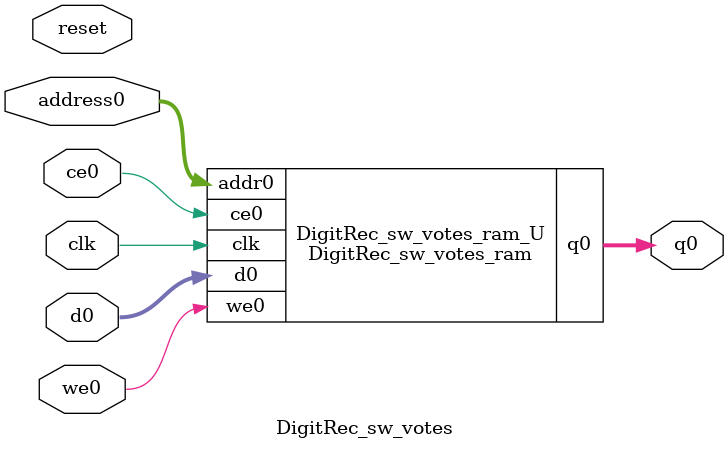
<source format=v>
`timescale 1 ns / 1 ps
module DigitRec_sw_votes_ram (addr0, ce0, d0, we0, q0,  clk);

parameter DWIDTH = 32;
parameter AWIDTH = 4;
parameter MEM_SIZE = 10;

input[AWIDTH-1:0] addr0;
input ce0;
input[DWIDTH-1:0] d0;
input we0;
output reg[DWIDTH-1:0] q0;
input clk;

(* ram_style = "distributed" *)reg [DWIDTH-1:0] ram[0:MEM_SIZE-1];




always @(posedge clk)  
begin 
    if (ce0) 
    begin
        if (we0) 
        begin 
            ram[addr0] <= d0; 
        end 
        q0 <= ram[addr0];
    end
end


endmodule

`timescale 1 ns / 1 ps
module DigitRec_sw_votes(
    reset,
    clk,
    address0,
    ce0,
    we0,
    d0,
    q0);

parameter DataWidth = 32'd32;
parameter AddressRange = 32'd10;
parameter AddressWidth = 32'd4;
input reset;
input clk;
input[AddressWidth - 1:0] address0;
input ce0;
input we0;
input[DataWidth - 1:0] d0;
output[DataWidth - 1:0] q0;



DigitRec_sw_votes_ram DigitRec_sw_votes_ram_U(
    .clk( clk ),
    .addr0( address0 ),
    .ce0( ce0 ),
    .we0( we0 ),
    .d0( d0 ),
    .q0( q0 ));

endmodule


</source>
